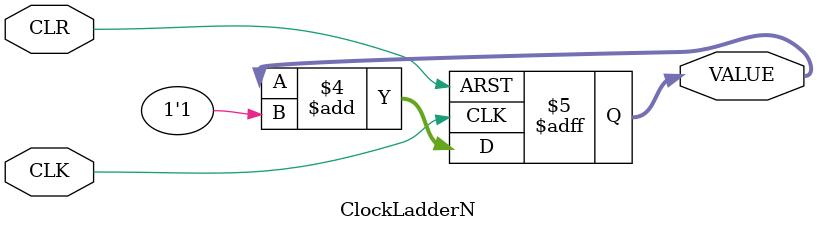
<source format=sv>
module ClockLadderN #( parameter N = 4 ) (
		input CLK,	//clock
		input CLR,	//clear/reset (sets [VALUE] to zero)
		output logic [N-1:0] VALUE
	);
	
	always_ff @ (posedge CLK, negedge CLR) begin
		if(CLR == 1'b0)
			VALUE <= 0;
		else if(CLK == 1'b1)
			VALUE = VALUE + 1'b1;
	end
	
endmodule
</source>
